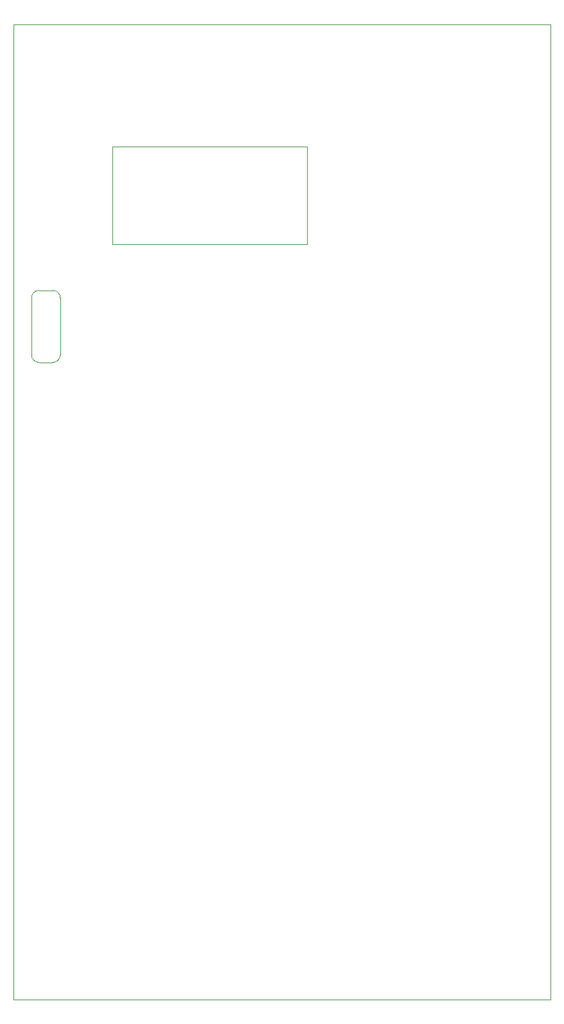
<source format=gbr>
G04 #@! TF.GenerationSoftware,KiCad,Pcbnew,8.0.5*
G04 #@! TF.CreationDate,2024-10-23T08:14:31-07:00*
G04 #@! TF.ProjectId,panel,70616e65-6c2e-46b6-9963-61645f706362,2.1*
G04 #@! TF.SameCoordinates,Original*
G04 #@! TF.FileFunction,Profile,NP*
%FSLAX46Y46*%
G04 Gerber Fmt 4.6, Leading zero omitted, Abs format (unit mm)*
G04 Created by KiCad (PCBNEW 8.0.5) date 2024-10-23 08:14:31*
%MOMM*%
%LPD*%
G01*
G04 APERTURE LIST*
G04 #@! TA.AperFunction,Profile*
%ADD10C,0.050000*%
G04 #@! TD*
G04 #@! TA.AperFunction,Profile*
%ADD11C,0.120000*%
G04 #@! TD*
G04 APERTURE END LIST*
D10*
X120800000Y-40750000D02*
X50000000Y-40750000D01*
X88700000Y-56850000D02*
X63000000Y-56850000D01*
X120800000Y-169150000D02*
X120800000Y-40750000D01*
X50000000Y-169150000D02*
X120800000Y-169150000D01*
X50000000Y-40750000D02*
X50000000Y-169150000D01*
X63000000Y-69700000D02*
X88700000Y-69700000D01*
X63000000Y-56850000D02*
X63000000Y-69700000D01*
X88700000Y-69700000D02*
X88700000Y-56850000D01*
D11*
X52350000Y-76750000D02*
X52350000Y-84250000D01*
X53350000Y-85250000D02*
X55150000Y-85250000D01*
X55150000Y-75750000D02*
X53350000Y-75750000D01*
X56150000Y-84250000D02*
X56150000Y-76750000D01*
X52350000Y-76750000D02*
G75*
G02*
X53350000Y-75750000I1000003J-3D01*
G01*
X53350000Y-85250000D02*
G75*
G02*
X52350000Y-84250000I3J1000003D01*
G01*
X55150000Y-75750000D02*
G75*
G02*
X56150000Y-76750000I0J-1000000D01*
G01*
X56150000Y-84250000D02*
G75*
G02*
X55150000Y-85250000I-1000000J0D01*
G01*
M02*

</source>
